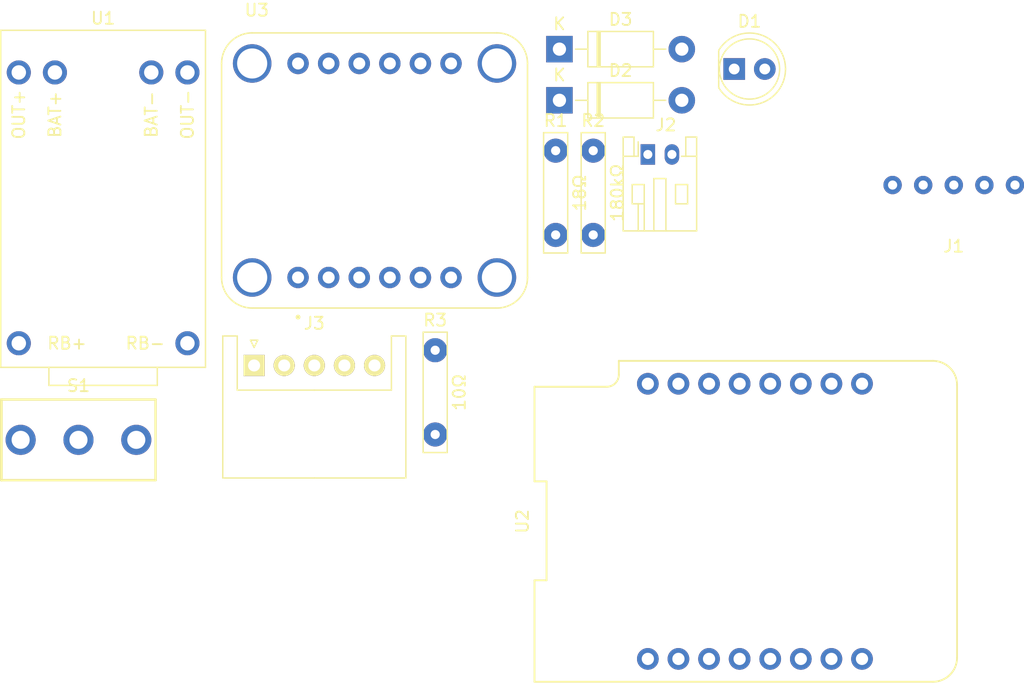
<source format=kicad_pcb>
(kicad_pcb (version 20211014) (generator pcbnew)
  (layers (0 "F.Cu" signal) (31 "B.Cu" signal) (34 "B.Paste" user) (35 "F.Paste" user) (36 "B.SilkS" user "B.Silkscreen") (37 "F.SilkS" user "F.Silkscreen") (38 "B.Mask" user) (39 "F.Mask" user) (44 "Edge.Cuts" user))
  (net 0 "")
  (net 1 "B+")
  (net 2 "B-")
  (net 3 "Net-(D1-Pad1)")
  (net 4 "Net-(D1-Pad2)")
  (net 5 "5V")
  (net 6 "Net-(D2-Pad2)")
  (net 7 "Net-(D3-Pad2)")
  (net 8 "3V3")
  (net 9 "Switch_GND")
  (net 10 "SCL")
  (net 11 "SDA")
  (net 12 "INT_PIN2")
  (net 13 "Net-(R2-Pad2)")
  (net 14 "Net-(R3-Pad2)")
  (net 15 "Net-(S1-Pad1)")
  (net 18 "INT_PIN1")
  (footprint "Connectors_JST:JST_PH_S2B-PH-K_02x2.00mm_Angled" (layer "F.Cu") (at 167.64 60.96)
    (fp_text reference "J2" (at 1.5 -2.45) (layer "F.SilkS"))
    (fp_text value "Battery")
    (fp_line (start -1.15 -1.45) (end -2.05 -1.45) (layer "F.SilkS") (width 0.12))
    (fp_line (start -0.3 4.1) (end -0.3 2.5) (layer "F.SilkS") (width 0.12))
    (fp_line (start 4.05 -1.45) (end 3.15 -1.45) (layer "F.SilkS") (width 0.12))
    (fp_line (start -2.05 0.15) (end -1.15 0.15) (layer "F.SilkS") (width 0.12))
    (fp_line (start -0.3 4.1) (end -0.3 6.35) (layer "F.SilkS") (width 0.12))
    (fp_line (start 4.05 6.35) (end 4.05 -1.45) (layer "F.SilkS") (width 0.12))
    (fp_line (start 2.3 4.1) (end 2.3 2.5) (layer "F.SilkS") (width 0.12))
    (fp_line (start -2.05 6.35) (end 4.05 6.35) (layer "F.SilkS") (width 0.12))
    (fp_line (start -0.3 2.5) (end -1.3 2.5) (layer "F.SilkS") (width 0.12))
    (fp_line (start -1.15 0.15) (end -1.15 -1.45) (layer "F.SilkS") (width 0.12))
    (fp_line (start 3.3 4.1) (end 2.3 4.1) (layer "F.SilkS") (width 0.12))
    (fp_line (start -1.3 4.1) (end -0.3 4.1) (layer "F.SilkS") (width 0.12))
    (fp_line (start 3.15 -1.45) (end 3.15 0.15) (layer "F.SilkS") (width 0.12))
    (fp_line (start 3.15 0.15) (end 2.8 0.15) (layer "F.SilkS") (width 0.12))
    (fp_line (start -2.05 -1.45) (end -2.05 6.35) (layer "F.SilkS") (width 0.12))
    (fp_line (start -0.8 4.1) (end -0.8 6.35) (layer "F.SilkS") (width 0.12))
    (fp_line (start 3.3 2.5) (end 3.3 4.1) (layer "F.SilkS") (width 0.12))
    (fp_line (start 0.5 6.35) (end 0.5 2) (layer "F.SilkS") (width 0.12))
    (fp_line (start 2.3 2.5) (end 3.3 2.5) (layer "F.SilkS") (width 0.12))
    (fp_line (start -0.8 0.15) (end -0.8 -1.05) (layer "F.SilkS") (width 0.12))
    (fp_line (start 0.5 2) (end 1.5 2) (layer "F.SilkS") (width 0.12))
    (fp_line (start -0.8 0.15) (end -1.15 0.15) (layer "F.SilkS") (width 0.12))
    (fp_line (start 1.5 2) (end 1.5 6.35) (layer "F.SilkS") (width 0.12))
    (fp_line (start -1.3 2.5) (end -1.3 4.1) (layer "F.SilkS") (width 0.12))
    (fp_line (start 4.05 0.15) (end 3.15 0.15) (layer "F.SilkS") (width 0.12))
    (pad "1" thru_hole rect locked (at 0 0) (size 1.2 1.7) (drill 0.75) (layers *.Cu *.Mask) (net 1 "B+"))
    (pad "2" thru_hole oval locked (at 2 0) (size 1.2 1.7) (drill 0.75) (layers *.Cu *.Mask) (net 2 "B-"))
  )
  (footprint "SlimeVRMotherBoard:10Ω" (layer "F.Cu") (at 149.985 80.725)
    (fp_text reference "R3" (at 0 -6) (layer "F.SilkS"))
    (fp_text value "10" hide)
    (fp_text user "10Ω" (at 2 0 90) (layer "F.SilkS"))
    (fp_line (start 1 5) (end -1 5) (layer "F.SilkS") (width 0.12))
    (fp_line (start -1 5) (end -1 -5) (layer "F.SilkS") (width 0.12))
    (fp_line (start 1 -5) (end 1 5) (layer "F.SilkS") (width 0.12))
    (fp_line (start -1 -5) (end 1 -5) (layer "F.SilkS") (width 0.12))
    (pad "1" thru_hole circle (at 0 -3.5) (size 2 2) (drill 0.762) (layers *.Cu *.Mask) (net 4 "Net-(D1-Pad2)"))
    (pad "2" thru_hole circle (at 0 3.5) (size 2 2) (drill 0.762) (layers *.Cu *.Mask) (net 14 "Net-(R3-Pad2)"))
  )
  (footprint "SlimeVRMotherBoard:180KΩ" (layer "F.Cu") (at 163.105 64.145)
    (fp_text reference "R2" (at 0 -6) (layer "F.SilkS"))
    (fp_text value "180k" hide)
    (fp_text user "180kΩ" (at 2 0 90) (layer "F.SilkS"))
    (fp_line (start 1 5) (end -1 5) (layer "F.SilkS") (width 0.12))
    (fp_line (start -1 5) (end -1 -5) (layer "F.SilkS") (width 0.12))
    (fp_line (start -1 -5) (end 1 -5) (layer "F.SilkS") (width 0.12))
    (fp_line (start 1 -5) (end 1 5) (layer "F.SilkS") (width 0.12))
    (pad "1" thru_hole circle locked (at 0 -3.5) (size 2 2) (drill 0.762) (layers *.Cu *.Mask) (net 1 "B+"))
    (pad "2" thru_hole circle locked (at 0 3.5) (size 2 2) (drill 0.762) (layers *.Cu *.Mask) (net 13 "Net-(R2-Pad2)"))
  )
  (footprint "wemos-d1-mini:wemos-d1-mini-with-pin-header-and-connector" (layer "F.Cu") (at 176.53 91.44)
    (fp_text reference "U2" (at -19.3 0 90) (layer "F.SilkS"))
    (fp_text value "WeMos_D1_mini")
    (fp_line (start -11.3 -13.33) (end -11.3 -13.33) (layer "F.SilkS") (width 0.15))
    (fp_line (start -18.3 -11.18) (end -12.3 -11.18) (layer "F.SilkS") (width 0.15))
    (fp_line (start -11.3 -12.17) (end -11.3 -13.33) (layer "F.SilkS") (width 0.15))
    (fp_line (start -18.3 4.9) (end -18.3 13.329999) (layer "F.SilkS") (width 0.15))
    (fp_line (start -18.3 -11.18) (end -18.3 -3.32) (layer "F.SilkS") (width 0.15))
    (fp_line (start -17.3 -3.32) (end -17.3 4.9) (layer "F.SilkS") (width 0.15))
    (fp_line (start 16.78 11.33) (end 16.78 -11.33) (layer "F.SilkS") (width 0.15))
    (fp_line (start -17.3 4.9) (end -18.3 4.9) (layer "F.SilkS") (width 0.15))
    (fp_line (start 14.78 -13.33) (end -11.3 -13.33) (layer "F.SilkS") (width 0.15))
    (fp_line (start -18.3 -3.32) (end -17.3 -3.32) (layer "F.SilkS") (width 0.15))
    (fp_line (start -18.3 13.33) (end 14.78 13.33) (layer "F.SilkS") (width 0.15))
    (fp_arc (start 16.78 11.33) (mid 16.194214 12.744214) (end 14.78 13.33) (layer "F.SilkS") (width 0.15))
    (fp_arc (start -11.3 -12.18) (mid -11.592893 -11.472893) (end -12.3 -11.18) (layer "F.SilkS") (width 0.15))
    (fp_arc (start 14.78 -13.33) (mid 16.194214 -12.744214) (end 16.78 -11.33) (layer "F.SilkS") (width 0.15))
    (pad "1" thru_hole circle locked (at 8.89 -11.43) (size 1.8 1.8) (drill 1.016) (layers *.Cu *.Mask))
    (pad "2" thru_hole circle locked (at 6.35 -11.43) (size 1.8 1.8) (drill 1.016) (layers *.Cu *.Mask) (net 13 "Net-(R2-Pad2)"))
    (pad "3" thru_hole circle locked (at 3.81 -11.43) (size 1.8 1.8) (drill 1.016) (layers *.Cu *.Mask))
    (pad "4" thru_hole circle locked (at 1.27 -11.43) (size 1.8 1.8) (drill 1.016) (layers *.Cu *.Mask) (net 18 "INT_PIN1"))
    (pad "5" thru_hole circle locked (at -1.27 -11.43) (size 1.8 1.8) (drill 1.016) (layers *.Cu *.Mask) (net 12 "INT_PIN2"))
    (pad "6" thru_hole circle locked (at -3.81 -11.43 90) (size 1.8 1.8) (drill 1.016) (layers *.Cu *.Mask))
    (pad "7" thru_hole circle locked (at -6.35 -11.43) (size 1.8 1.8) (drill 1.016) (layers *.Cu *.Mask) (net 14 "Net-(R3-Pad2)"))
    (pad "8" thru_hole circle locked (at -8.89 -11.43) (size 1.8 1.8) (drill 1.016) (layers *.Cu *.Mask) (net 8 "3V3"))
    (pad "9" thru_hole circle locked (at -8.89 11.43) (size 1.8 1.8) (drill 1.016) (layers *.Cu *.Mask) (net 5 "5V"))
    (pad "10" thru_hole circle locked (at -6.35 11.43) (size 1.8 1.8) (drill 1.016) (layers *.Cu *.Mask) (net 9 "Switch_GND"))
    (pad "11" thru_hole circle locked (at -3.81 11.43) (size 1.8 1.8) (drill 1.016) (layers *.Cu *.Mask))
    (pad "12" thru_hole circle locked (at -1.27 11.43) (size 1.8 1.8) (drill 1.016) (layers *.Cu *.Mask))
    (pad "13" thru_hole circle locked (at 1.27 11.43) (size 1.8 1.8) (drill 1.016) (layers *.Cu *.Mask) (net 11 "SDA"))
    (pad "14" thru_hole circle locked (at 3.81 11.43) (size 1.8 1.8) (drill 1.016) (layers *.Cu *.Mask) (net 10 "SCL"))
    (pad "15" thru_hole circle locked (at 6.35 11.43) (size 1.8 1.8) (drill 1.016) (layers *.Cu *.Mask))
    (pad "16" thru_hole circle locked (at 8.89 11.43) (size 1.8 1.8) (drill 1.016) (layers *.Cu *.Mask))
  )
  (footprint "SlimeVRMotherBoard:18Ω" (layer "F.Cu") (at 159.985 64.145)
    (fp_text reference "R1" (at 0 -6) (layer "F.SilkS"))
    (fp_text value "18" hide)
    (fp_text user "18Ω" (at 2 0 90) (layer "F.SilkS"))
    (fp_line (start 1 -5) (end 1 5) (layer "F.SilkS") (width 0.12))
    (fp_line (start -1 5) (end -1 -5) (layer "F.SilkS") (width 0.12))
    (fp_line (start -1 -5) (end 1 -5) (layer "F.SilkS") (width 0.12))
    (fp_line (start 1 5) (end -1 5) (layer "F.SilkS") (width 0.12))
    (pad "1" thru_hole circle (at 0 -3.5) (size 2 2) (drill 0.762) (layers *.Cu *.Mask) (net 9 "Switch_GND"))
    (pad "2" thru_hole circle (at 0 3.5) (size 2 2) (drill 0.762) (layers *.Cu *.Mask) (net 3 "Net-(D1-Pad1)"))
  )
  (footprint "BNO085:BNO085" (layer "F.Cu") (at 144.95 62.29)
    (fp_text reference "U3" (at -9.775 -13.315) (layer "F.SilkS"))
    (fp_text value "IMU Sensor")
    (fp_line (start 10.16 -11.43) (end -10.16 -11.43) (layer "F.SilkS") (width 0.127))
    (fp_line (start -10.16 11.43) (end 10.16 11.43) (layer "F.SilkS") (width 0.127))
    (fp_line (start 12.7 8.89) (end 12.7 -8.89) (layer "F.SilkS") (width 0.127))
    (fp_line (start -12.7 -8.89) (end -12.7 8.89) (layer "F.SilkS") (width 0.127))
    (fp_arc (start 12.7 8.89) (mid 11.956051 10.686051) (end 10.16 11.43) (layer "F.SilkS") (width 0.127))
    (fp_arc (start 10.16 -11.43) (mid 11.956051 -10.686051) (end 12.7 -8.89) (layer "F.SilkS") (width 0.127))
    (fp_arc (start -10.16 11.43) (mid -11.956051 10.686051) (end -12.7 8.89) (layer "F.SilkS") (width 0.127))
    (fp_arc (start -12.7 -8.89) (mid -11.956051 -10.686051) (end -10.16 -11.43) (layer "F.SilkS") (width 0.127))
    (fp_circle (center -6.35 12.18) (end -6.25 12.18) (layer "F.SilkS") (width 0.2) (fill none))
    (pad "JP1_1" thru_hole circle locked (at -6.35 8.89) (size 1.778 1.778) (drill 1) (layers *.Cu *.Mask) (net 8 "3V3"))
    (pad "JP1_2" thru_hole circle locked (at -3.81 8.89) (size 1.778 1.778) (drill 1) (layers *.Cu *.Mask))
    (pad "JP1_3" thru_hole circle locked (at -1.27 8.89) (size 1.778 1.778) (drill 1) (layers *.Cu *.Mask) (net 9 "Switch_GND"))
    (pad "JP1_4" thru_hole circle locked (at 1.27 8.89) (size 1.778 1.778) (drill 1) (layers *.Cu *.Mask) (net 10 "SCL"))
    (pad "JP1_5" thru_hole circle locked (at 3.81 8.89) (size 1.778 1.778) (drill 1) (layers *.Cu *.Mask) (net 11 "SDA"))
    (pad "JP1_6" thru_hole circle locked (at 6.35 8.89) (size 1.778 1.778) (drill 1) (layers *.Cu *.Mask) (net 18 "INT_PIN1"))
    (pad "JP2_1" thru_hole circle locked (at -6.35 -8.89) (size 1.778 1.778) (drill 1) (layers *.Cu *.Mask))
    (pad "JP2_2" thru_hole circle locked (at -3.81 -8.89) (size 1.778 1.778) (drill 1) (layers *.Cu *.Mask))
    (pad "JP2_3" thru_hole circle locked (at -1.27 -8.89) (size 1.778 1.778) (drill 1) (layers *.Cu *.Mask))
    (pad "JP2_4" thru_hole circle locked (at 1.27 -8.89) (size 1.778 1.778) (drill 1) (layers *.Cu *.Mask))
    (pad "JP2_5" thru_hole circle locked (at 3.81 -8.89) (size 1.778 1.778) (drill 1) (layers *.Cu *.Mask))
    (pad "JP2_6" thru_hole circle locked (at 6.35 -8.89) (size 1.778 1.778) (drill 1) (layers *.Cu *.Mask))
    (pad "P1" thru_hole circle locked (at -10.16 -8.89) (size 3.2 3.2) (drill 2.5) (layers *.Cu *.Mask))
    (pad "P2" thru_hole circle locked (at 10.16 -8.89) (size 3.2 3.2) (drill 2.5) (layers *.Cu *.Mask))
    (pad "P3" thru_hole circle locked (at -10.16 8.89) (size 3.2 3.2) (drill 2.5) (layers *.Cu *.Mask))
    (pad "P4" thru_hole circle locked (at 10.16 8.89) (size 3.2 3.2) (drill 2.5) (layers *.Cu *.Mask))
  )
  (footprint "bryx-comp-lib:fivePinConn" (layer "F.Cu") (at 193.04 63.5)
    (fp_text reference "J1" (at 0 5.08) (layer "F.SilkS"))
    (fp_text value "Status Rails")
    (pad "1" thru_hole circle locked (at -5.08 0) (size 1.524 1.524) (drill 0.762) (layers *.Cu *.Mask) (net 5 "5V"))
    (pad "2" thru_hole circle locked (at -2.54 0) (size 1.524 1.524) (drill 0.762) (layers *.Cu *.Mask) (net 8 "3V3"))
    (pad "3" thru_hole circle locked (at 0 0) (size 1.524 1.524) (drill 0.762) (layers *.Cu *.Mask) (net 9 "Switch_GND"))
    (pad "4" thru_hole circle locked (at 2.54 0) (size 1.524 1.524) (drill 0.762) (layers *.Cu *.Mask) (net 1 "B+"))
    (pad "5" thru_hole circle locked (at 5.08 0) (size 1.524 1.524) (drill 0.762) (layers *.Cu *.Mask) (net 2 "B-"))
  )
  (footprint "SlimeVRMotherBoard:Wowoone_Slide_Switch_5mm" (layer "F.Cu") (at 120.37 84.67)
    (fp_text reference "S1" (at 0 -4.5) (layer "F.SilkS"))
    (fp_text value "SlideSwitch")
    (fp_line (start -6.4 -3.35) (end -6.4 3.35) (layer "F.SilkS") (width 0.23))
    (fp_line (start 6.4 3.35) (end 6.4 -3.35) (layer "F.SilkS") (width 0.2))
    (fp_line (start -6.4 3.35) (end 6.4 3.35) (layer "F.SilkS") (width 0.2))
    (fp_line (start 6.4 -3.35) (end -6.4 -3.35) (layer "F.SilkS") (width 0.2))
    (pad "1" thru_hole circle locked (at -4.8 0) (size 2.5 2.5) (drill 1.5) (layers *.Cu *.Mask) (net 15 "Net-(S1-Pad1)"))
    (pad "2" thru_hole circle locked (at 0 0) (size 2.5 2.5) (drill 1.5) (layers *.Cu *.Mask) (net 9 "Switch_GND"))
    (pad "3" thru_hole circle locked (at 4.8 0) (size 2.5 2.5) (drill 1.5) (layers *.Cu *.Mask))
  )
  (footprint "Connectors_JST:JST_XH_S05B-XH-A_05x2.50mm_Angled" (layer "F.Cu") (at 134.95 78.49)
    (fp_text reference "J3" (at 5 -3.5) (layer "F.SilkS"))
    (fp_text value "AUX Sensor")
    (fp_line (start -1.4 2.05) (end 5 2.05) (layer "F.SilkS") (width 0.12))
    (fp_line (start 11.4 -2.45) (end 11.4 2.05) (layer "F.SilkS") (width 0.12))
    (fp_line (start 12.6 9.35) (end 12.6 -2.45) (layer "F.SilkS") (width 0.12))
    (fp_line (start -0.3 -2.1) (end 0.3 -2.1) (layer "F.SilkS") (width 0.12))
    (fp_line (start 0.3 -2.1) (end 0 -1.5) (layer "F.SilkS") (width 0.12))
    (fp_line (start 12.6 -2.45) (end 11.4 -2.45) (layer "F.SilkS") (width 0.12))
    (fp_line (start -2.6 -2.45) (end -1.4 -2.45) (layer "F.SilkS") (width 0.12))
    (fp_line (start -1.4 -2.45) (end -1.4 2.05) (layer "F.SilkS") (width 0.12))
    (fp_line (start 11.4 2.05) (end 5 2.05) (layer "F.SilkS") (width 0.12))
    (fp_line (start 5 9.35) (end 12.6 9.35) (layer "F.SilkS") (width 0.12))
    (fp_line (start 0 -1.5) (end -0.3 -2.1) (layer "F.SilkS") (width 0.12))
    (fp_line (start 5 9.35) (end -2.6 9.35) (layer "F.SilkS") (width 0.12))
    (fp_line (start -2.6 9.35) (end -2.6 -2.45) (layer "F.SilkS") (width 0.12))
    (pad "1" thru_hole rect locked (at 0 0) (size 1.75 1.75) (drill 1) (layers *.Cu *.Mask "F.SilkS") (net 8 "3V3"))
    (pad "2" thru_hole circle locked (at 2.5 0) (size 1.75 1.75) (drill 1) (layers *.Cu *.Mask "F.SilkS") (net 9 "Switch_GND"))
    (pad "3" thru_hole circle locked (at 5 0) (size 1.75 1.75) (drill 1) (layers *.Cu *.Mask "F.SilkS") (net 10 "SCL"))
    (pad "4" thru_hole circle locked (at 7.5 0) (size 1.75 1.75) (drill 1) (layers *.Cu *.Mask "F.SilkS") (net 11 "SDA"))
    (pad "5" thru_hole circle locked (at 10 0) (size 1.75 1.75) (drill 1) (layers *.Cu *.Mask "F.SilkS") (net 12 "INT_PIN2"))
  )
  (footprint "Diode_THT:D_DO-41_SOD81_P10.16mm_Horizontal" (layer "F.Cu") (at 160.3 52.21)
    (fp_text reference "D3" (at 5.08 -2.47) (layer "F.SilkS"))
    (fp_text value "Diode_1N5817")
    (fp_text user "K" (at 0 -2.1) (layer "F.SilkS"))
    (fp_line (start 7.8 -1.47) (end 2.36 -1.47) (layer "F.SilkS") (width 0.12))
    (fp_line (start 2.36 -1.47) (end 2.36 1.47) (layer "F.SilkS") (width 0.12))
    (fp_line (start 3.26 -1.47) (end 3.26 1.47) (layer "F.SilkS") (width 0.12))
    (fp_line (start 7.8 1.47) (end 7.8 -1.47) (layer "F.SilkS") (width 0.12))
    (fp_line (start 3.38 -1.47) (end 3.38 1.47) (layer "F.SilkS") (width 0.12))
    (fp_line (start 8.82 0) (end 7.8 0) (layer "F.SilkS") (width 0.12))
    (fp_line (start 3.14 -1.47) (end 3.14 1.47) (layer "F.SilkS") (width 0.12))
    (fp_line (start 1.34 0) (end 2.36 0) (layer "F.SilkS") (width 0.12))
    (fp_line (start 2.36 1.47) (end 7.8 1.47) (layer "F.SilkS") (width 0.12))
    (pad "1" thru_hole rect (at 0 0) (size 2.2 2.2) (drill 1.1) (layers *.Cu *.Mask) (net 5 "5V"))
    (pad "2" thru_hole oval (at 10.16 0) (size 2.2 2.2) (drill 1.1) (layers *.Cu *.Mask) (net 7 "Net-(D3-Pad2)"))
  )
  (footprint "LED_THT:LED_D5.0mm" (layer "F.Cu") (at 174.81 53.86)
    (fp_text reference "D1" (at 1.27 -3.96) (layer "F.SilkS"))
    (fp_text value "LED")
    (fp_line (start -1.29 -1.545) (end -1.29 1.545) (layer "F.SilkS") (width 0.12))
    (fp_arc (start 4.26 -0.000462) (mid 2.072002 2.880433) (end -1.29 1.54483) (layer "F.SilkS") (width 0.12))
    (fp_arc (start -1.29 -1.54483) (mid 2.072002 -2.880433) (end 4.26 0.000462) (layer "F.SilkS") (width 0.12))
    (fp_circle (center 1.27 0) (end 3.77 0) (layer "F.SilkS") (width 0.12) (fill none))
    (pad "1" thru_hole rect (at 0 0) (size 1.8 1.8) (drill 0.9) (layers *.Cu *.Mask) (net 3 "Net-(D1-Pad1)"))
    (pad "2" thru_hole circle (at 2.54 0) (size 1.8 1.8) (drill 0.9) (layers *.Cu *.Mask) (net 4 "Net-(D1-Pad2)"))
  )
  (footprint "SlimeVRMotherBoard:4056Board" (layer "F.Cu") (at 122.415 64.645)
    (fp_text reference "U1" (at 0 -15) (layer "F.SilkS"))
    (fp_text value "4056Board")
    (fp_text user "RB+" (at -3 12 180) (layer "F.SilkS"))
    (fp_text user "BAT+" (at -4 -7 90) (layer "F.SilkS"))
    (fp_text user "OUT-" (at 7 -7 90) (layer "F.SilkS"))
    (fp_text user "RB-" (at 3.5 12 180) (layer "F.SilkS"))
    (fp_text user "OUT+" (at -7 -7 90) (layer "F.SilkS"))
    (fp_text user "BAT-" (at 4 -7 90) (layer "F.SilkS"))
    (fp_line (start -8.5 14) (end -8.5 -14) (layer "F.SilkS") (width 0.12))
    (fp_line (start 4.5 14) (end 4.5 15.5) (layer "F.SilkS") (width 0.12))
    (fp_line (start -4.5 15.5) (end -4.5 14) (layer "F.SilkS") (width 0.12))
    (fp_line (start 4.5 15.5) (end -4.5 15.5) (layer "F.SilkS") (width 0.12))
    (fp_line (start -8.5 -14) (end 8.5 -14) (layer "F.SilkS") (width 0.12))
    (fp_line (start 8.5 14) (end -8.5 14) (layer "F.SilkS") (width 0.12))
    (fp_line (start 8.5 -14) (end 8.5 14) (layer "F.SilkS") (width 0.12))
    (pad "1" thru_hole circle locked (at -7 -10.5) (size 2 2) (drill 1.2) (layers *.Cu *.Mask) (net 7 "Net-(D3-Pad2)"))
    (pad "2" thru_hole circle locked (at -4 -10.5) (size 2 2) (drill 1.2) (layers *.Cu *.Mask) (net 1 "B+"))
    (pad "3" thru_hole circle locked (at 4 -10.5) (size 2 2) (drill 1.2) (layers *.Cu *.Mask) (net 2 "B-"))
    (pad "4" thru_hole circle locked (at 7 -10.5) (size 2 2) (drill 1.2) (layers *.Cu *.Mask) (net 15 "Net-(S1-Pad1)"))
    (pad "5" thru_hole circle locked (at -7 12) (size 2 2) (drill 1.2) (layers *.Cu *.Mask) (net 6 "Net-(D2-Pad2)"))
    (pad "6" thru_hole circle locked (at 7 12) (size 2 2) (drill 1.2) (layers *.Cu *.Mask))
  )
  (footprint "Diode_THT:D_DO-41_SOD81_P10.16mm_Horizontal" (layer "F.Cu") (at 160.3 56.46)
    (fp_text reference "D2" (at 5.08 -2.47) (layer "F.SilkS"))
    (fp_text value "Diode_1N5817")
    (fp_text user "K" (at 0 -2.1) (layer "F.SilkS"))
    (fp_line (start 7.8 -1.47) (end 2.36 -1.47) (layer "F.SilkS") (width 0.12))
    (fp_line (start 2.36 1.47) (end 7.8 1.47) (layer "F.SilkS") (width 0.12))
    (fp_line (start 3.38 -1.47) (end 3.38 1.47) (layer "F.SilkS") (width 0.12))
    (fp_line (start 3.26 -1.47) (end 3.26 1.47) (layer "F.SilkS") (width 0.12))
    (fp_line (start 8.82 0) (end 7.8 0) (layer "F.SilkS") (width 0.12))
    (fp_line (start 3.14 -1.47) (end 3.14 1.47) (layer "F.SilkS") (width 0.12))
    (fp_line (start 1.34 0) (end 2.36 0) (layer "F.SilkS") (width 0.12))
    (fp_line (start 2.36 -1.47) (end 2.36 1.47) (layer "F.SilkS") (width 0.12))
    (fp_line (start 7.8 1.47) (end 7.8 -1.47) (layer "F.SilkS") (width 0.12))
    (pad "1" thru_hole rect (at 0 0) (size 2.2 2.2) (drill 1.1) (layers *.Cu *.Mask) (net 5 "5V"))
    (pad "2" thru_hole oval (at 10.16 0) (size 2.2 2.2) (drill 1.1) (layers *.Cu *.Mask) (net 6 "Net-(D2-Pad2)"))
  )
)
</source>
